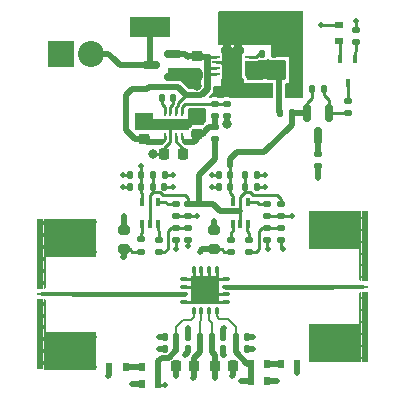
<source format=gtl>
%TF.GenerationSoftware,KiCad,Pcbnew,5.99.0-unknown-b691c18bfc~117~ubuntu20.10.1*%
%TF.CreationDate,2021-03-07T12:14:30-07:00*%
%TF.ProjectId,maam-011132,6d61616d-2d30-4313-9131-33322e6b6963,rev?*%
%TF.SameCoordinates,Original*%
%TF.FileFunction,Copper,L1,Top*%
%TF.FilePolarity,Positive*%
%FSLAX46Y46*%
G04 Gerber Fmt 4.6, Leading zero omitted, Abs format (unit mm)*
G04 Created by KiCad (PCBNEW 5.99.0-unknown-b691c18bfc~117~ubuntu20.10.1) date 2021-03-07 12:14:30*
%MOMM*%
%LPD*%
G01*
G04 APERTURE LIST*
G04 Aperture macros list*
%AMRoundRect*
0 Rectangle with rounded corners*
0 $1 Rounding radius*
0 $2 $3 $4 $5 $6 $7 $8 $9 X,Y pos of 4 corners*
0 Add a 4 corners polygon primitive as box body*
4,1,4,$2,$3,$4,$5,$6,$7,$8,$9,$2,$3,0*
0 Add four circle primitives for the rounded corners*
1,1,$1+$1,$2,$3*
1,1,$1+$1,$4,$5*
1,1,$1+$1,$6,$7*
1,1,$1+$1,$8,$9*
0 Add four rect primitives between the rounded corners*
20,1,$1+$1,$2,$3,$4,$5,0*
20,1,$1+$1,$4,$5,$6,$7,0*
20,1,$1+$1,$6,$7,$8,$9,0*
20,1,$1+$1,$8,$9,$2,$3,0*%
%AMOutline4P*
0 Free polygon, 4 corners , with rotation*
0 The origin of the aperture is its center*
0 number of corners: always 4*
0 $1 to $8 corner X, Y*
0 $9 Rotation angle, in degrees counterclockwise*
0 create outline with 4 corners*
4,1,4,$1,$2,$3,$4,$5,$6,$7,$8,$1,$2,$9*%
G04 Aperture macros list end*
%TA.AperFunction,SMDPad,CuDef*%
%ADD10R,0.600000X6.000000*%
%TD*%
%TA.AperFunction,SMDPad,CuDef*%
%ADD11R,4.500000X3.250000*%
%TD*%
%TA.AperFunction,ComponentPad*%
%ADD12C,0.500000*%
%TD*%
%TA.AperFunction,ComponentPad*%
%ADD13C,3.000000*%
%TD*%
%TA.AperFunction,SMDPad,CuDef*%
%ADD14Outline4P,-2.800000X-0.100000X2.800000X-0.100000X3.000000X0.100000X-3.000000X0.100000X90.000000*%
%TD*%
%TA.AperFunction,SMDPad,CuDef*%
%ADD15R,4.080000X0.410000*%
%TD*%
%TA.AperFunction,SMDPad,CuDef*%
%ADD16Outline4P,-0.205000X-0.475000X0.205000X-0.475000X0.095000X0.475000X-0.095000X0.475000X90.000000*%
%TD*%
%TA.AperFunction,SMDPad,CuDef*%
%ADD17RoundRect,0.135000X-0.135000X-0.185000X0.135000X-0.185000X0.135000X0.185000X-0.135000X0.185000X0*%
%TD*%
%TA.AperFunction,SMDPad,CuDef*%
%ADD18R,0.600000X0.700000*%
%TD*%
%TA.AperFunction,SMDPad,CuDef*%
%ADD19RoundRect,0.135000X-0.185000X0.135000X-0.185000X-0.135000X0.185000X-0.135000X0.185000X0.135000X0*%
%TD*%
%TA.AperFunction,SMDPad,CuDef*%
%ADD20RoundRect,0.135000X0.185000X-0.135000X0.185000X0.135000X-0.185000X0.135000X-0.185000X-0.135000X0*%
%TD*%
%TA.AperFunction,SMDPad,CuDef*%
%ADD21R,0.450000X0.700000*%
%TD*%
%TA.AperFunction,SMDPad,CuDef*%
%ADD22RoundRect,0.140000X-0.140000X-0.170000X0.140000X-0.170000X0.140000X0.170000X-0.140000X0.170000X0*%
%TD*%
%TA.AperFunction,SMDPad,CuDef*%
%ADD23RoundRect,0.140000X0.140000X0.170000X-0.140000X0.170000X-0.140000X-0.170000X0.140000X-0.170000X0*%
%TD*%
%TA.AperFunction,SMDPad,CuDef*%
%ADD24RoundRect,0.225000X-0.250000X0.225000X-0.250000X-0.225000X0.250000X-0.225000X0.250000X0.225000X0*%
%TD*%
%TA.AperFunction,SMDPad,CuDef*%
%ADD25RoundRect,0.225000X0.225000X0.250000X-0.225000X0.250000X-0.225000X-0.250000X0.225000X-0.250000X0*%
%TD*%
%TA.AperFunction,SMDPad,CuDef*%
%ADD26Outline4P,-2.800000X-0.100000X2.800000X-0.100000X3.000000X0.100000X-3.000000X0.100000X270.000000*%
%TD*%
%TA.AperFunction,SMDPad,CuDef*%
%ADD27Outline4P,-0.205000X-0.475000X0.205000X-0.475000X0.095000X0.475000X-0.095000X0.475000X270.000000*%
%TD*%
%TA.AperFunction,SMDPad,CuDef*%
%ADD28R,3.400000X1.800000*%
%TD*%
%TA.AperFunction,SMDPad,CuDef*%
%ADD29RoundRect,0.200000X-0.275000X0.200000X-0.275000X-0.200000X0.275000X-0.200000X0.275000X0.200000X0*%
%TD*%
%TA.AperFunction,SMDPad,CuDef*%
%ADD30R,0.400000X0.650000*%
%TD*%
%TA.AperFunction,SMDPad,CuDef*%
%ADD31RoundRect,0.225000X0.250000X-0.225000X0.250000X0.225000X-0.250000X0.225000X-0.250000X-0.225000X0*%
%TD*%
%TA.AperFunction,SMDPad,CuDef*%
%ADD32RoundRect,0.225000X-0.225000X-0.250000X0.225000X-0.250000X0.225000X0.250000X-0.225000X0.250000X0*%
%TD*%
%TA.AperFunction,SMDPad,CuDef*%
%ADD33RoundRect,0.150000X0.587500X0.150000X-0.587500X0.150000X-0.587500X-0.150000X0.587500X-0.150000X0*%
%TD*%
%TA.AperFunction,SMDPad,CuDef*%
%ADD34RoundRect,0.140000X-0.170000X0.140000X-0.170000X-0.140000X0.170000X-0.140000X0.170000X0.140000X0*%
%TD*%
%TA.AperFunction,SMDPad,CuDef*%
%ADD35RoundRect,0.135000X0.135000X0.185000X-0.135000X0.185000X-0.135000X-0.185000X0.135000X-0.185000X0*%
%TD*%
%TA.AperFunction,SMDPad,CuDef*%
%ADD36R,0.700000X0.600000*%
%TD*%
%TA.AperFunction,SMDPad,CuDef*%
%ADD37RoundRect,0.150000X-0.150000X0.587500X-0.150000X-0.587500X0.150000X-0.587500X0.150000X0.587500X0*%
%TD*%
%TA.AperFunction,ComponentPad*%
%ADD38C,2.200000*%
%TD*%
%TA.AperFunction,ComponentPad*%
%ADD39R,2.200000X2.200000*%
%TD*%
%TA.AperFunction,SMDPad,CuDef*%
%ADD40R,0.250000X0.500000*%
%TD*%
%TA.AperFunction,SMDPad,CuDef*%
%ADD41R,1.600000X0.900000*%
%TD*%
%TA.AperFunction,SMDPad,CuDef*%
%ADD42R,1.660000X2.380000*%
%TD*%
%TA.AperFunction,SMDPad,CuDef*%
%ADD43R,0.700000X0.250000*%
%TD*%
%TA.AperFunction,SMDPad,CuDef*%
%ADD44R,2.400000X2.400000*%
%TD*%
%TA.AperFunction,SMDPad,CuDef*%
%ADD45RoundRect,0.092500X-0.092500X0.232500X-0.092500X-0.232500X0.092500X-0.232500X0.092500X0.232500X0*%
%TD*%
%TA.AperFunction,SMDPad,CuDef*%
%ADD46RoundRect,0.092500X0.092500X-0.232500X0.092500X0.232500X-0.092500X0.232500X-0.092500X-0.232500X0*%
%TD*%
%TA.AperFunction,SMDPad,CuDef*%
%ADD47RoundRect,0.092500X0.232500X0.092500X-0.232500X0.092500X-0.232500X-0.092500X0.232500X-0.092500X0*%
%TD*%
%TA.AperFunction,ViaPad*%
%ADD48C,0.480000*%
%TD*%
%TA.AperFunction,ViaPad*%
%ADD49C,0.800000*%
%TD*%
%TA.AperFunction,Conductor*%
%ADD50C,0.500000*%
%TD*%
%TA.AperFunction,Conductor*%
%ADD51C,0.250000*%
%TD*%
%TA.AperFunction,Conductor*%
%ADD52C,0.390000*%
%TD*%
%TA.AperFunction,Conductor*%
%ADD53C,0.200000*%
%TD*%
G04 APERTURE END LIST*
D10*
%TO.P,J4,2,Ext*%
%TO.N,EP*%
X99735000Y-65725000D03*
D11*
X102285000Y-73900000D03*
D12*
X99835000Y-65125000D03*
X99835000Y-68125000D03*
D13*
X102225000Y-73800000D03*
D14*
X100135000Y-72525000D03*
D12*
X99835000Y-67125000D03*
X99835000Y-71925000D03*
X99835000Y-72925000D03*
X99835000Y-73925000D03*
D13*
X102225000Y-64450000D03*
D10*
X99735000Y-72525000D03*
D12*
X99835000Y-63125000D03*
X99835000Y-66125000D03*
D11*
X102285000Y-64350000D03*
D12*
X99835000Y-74925000D03*
X99835000Y-69925000D03*
X99835000Y-64125000D03*
D14*
X100135000Y-65725000D03*
D12*
X99835000Y-70925000D03*
D15*
%TO.P,J4,1,In*%
%TO.N,Net-(J4-Pad1)*%
X102475000Y-69125000D03*
D16*
X99985000Y-69125000D03*
%TD*%
D17*
%TO.P,R7,2*%
%TO.N,+4V*%
X121010000Y-53740000D03*
%TO.P,R7,1*%
%TO.N,Net-(C6-Pad1)*%
X119990000Y-53740000D03*
%TD*%
D18*
%TO.P,D4,1,K*%
%TO.N,Net-(D3-Pad2)*%
X120100000Y-75000000D03*
%TO.P,D4,2,A*%
%TO.N,EP*%
X121500000Y-75000000D03*
%TD*%
D19*
%TO.P,R9,2*%
%TO.N,/mmic_bias_a/Vg*%
X120080000Y-62510000D03*
%TO.P,R9,1*%
%TO.N,-5V*%
X120080000Y-61490000D03*
%TD*%
D20*
%TO.P,R11,2*%
%TO.N,Net-(R11-Pad2)*%
X118910000Y-61490000D03*
%TO.P,R11,1*%
%TO.N,/mmic_bias_a/Vg*%
X118910000Y-62510000D03*
%TD*%
D19*
%TO.P,R14,2*%
%TO.N,/mmic_bias_a1/Vg*%
X112250000Y-62510000D03*
%TO.P,R14,1*%
%TO.N,-5V*%
X112250000Y-61490000D03*
%TD*%
%TO.P,R3,2*%
%TO.N,EP*%
X115500000Y-54000000D03*
%TO.P,R3,1*%
%TO.N,Net-(R2-Pad2)*%
X115500000Y-52980000D03*
%TD*%
D21*
%TO.P,Q2,3,C*%
%TO.N,Net-(Q2-Pad3)*%
X125750000Y-51240000D03*
%TO.P,Q2,2,E*%
%TO.N,Net-(D1-Pad1)*%
X125100000Y-49240000D03*
%TO.P,Q2,1,B*%
%TO.N,Net-(Q2-Pad1)*%
X126400000Y-49240000D03*
%TD*%
D20*
%TO.P,R16,2*%
%TO.N,Net-(R16-Pad2)*%
X111250000Y-61490000D03*
%TO.P,R16,1*%
%TO.N,/mmic_bias_a1/Vg*%
X111250000Y-62510000D03*
%TD*%
D22*
%TO.P,C12,2*%
%TO.N,EP*%
X117230000Y-73720000D03*
%TO.P,C12,1*%
%TO.N,/mmic_bias_a/Vg*%
X116270000Y-73720000D03*
%TD*%
%TO.P,C3,2*%
%TO.N,Net-(C3-Pad2)*%
X110980000Y-52490000D03*
%TO.P,C3,1*%
%TO.N,Net-(C3-Pad1)*%
X110020000Y-52490000D03*
%TD*%
%TO.P,C25,2*%
%TO.N,EP*%
X110240000Y-60000000D03*
%TO.P,C25,1*%
%TO.N,-5V*%
X109280000Y-60000000D03*
%TD*%
D23*
%TO.P,C19,2*%
%TO.N,EP*%
X112270000Y-73720000D03*
%TO.P,C19,1*%
%TO.N,/mmic_bias_a1/Vd*%
X113230000Y-73720000D03*
%TD*%
D24*
%TO.P,C2,2*%
%TO.N,EP*%
X113000000Y-50515000D03*
%TO.P,C2,1*%
%TO.N,Net-(C1-Pad1)*%
X113000000Y-48965000D03*
%TD*%
D23*
%TO.P,C15,2*%
%TO.N,EP*%
X114850000Y-60000000D03*
%TO.P,C15,1*%
%TO.N,+4V*%
X115810000Y-60000000D03*
%TD*%
D25*
%TO.P,C4,2*%
%TO.N,EP*%
X110225000Y-57240000D03*
%TO.P,C4,1*%
%TO.N,Net-(C4-Pad1)*%
X111775000Y-57240000D03*
%TD*%
D20*
%TO.P,R19,2*%
%TO.N,Net-(R19-Pad2)*%
X115910000Y-64490000D03*
%TO.P,R19,1*%
%TO.N,/mmic_bias_a/Vd*%
X115910000Y-65510000D03*
%TD*%
D10*
%TO.P,J3,2,Ext*%
%TO.N,EP*%
X127200000Y-71875000D03*
D11*
X124650000Y-63700000D03*
D12*
X127100000Y-72475000D03*
X127100000Y-69475000D03*
D13*
X124710000Y-63800000D03*
D26*
X126800000Y-65075000D03*
D12*
X127100000Y-70475000D03*
X127100000Y-65675000D03*
X127100000Y-64675000D03*
X127100000Y-63675000D03*
D13*
X124710000Y-73150000D03*
D10*
X127200000Y-65075000D03*
D12*
X127100000Y-74475000D03*
X127100000Y-71475000D03*
D11*
X124650000Y-73250000D03*
D12*
X127100000Y-62675000D03*
X127100000Y-67675000D03*
X127100000Y-73475000D03*
D26*
X126800000Y-71875000D03*
D12*
X127100000Y-66675000D03*
D15*
%TO.P,J3,1,In*%
%TO.N,Net-(J3-Pad1)*%
X124460000Y-68475000D03*
D27*
X126950000Y-68475000D03*
%TD*%
D23*
%TO.P,C18,2*%
%TO.N,EP*%
X112270000Y-72720000D03*
%TO.P,C18,1*%
%TO.N,/mmic_bias_a1/Vd*%
X113230000Y-72720000D03*
%TD*%
D28*
%TO.P,TP2,1,1*%
%TO.N,Net-(J1-Pad2)*%
X109000000Y-46490000D03*
%TD*%
D23*
%TO.P,C21,2*%
%TO.N,EP*%
X110270000Y-72720000D03*
%TO.P,C21,1*%
%TO.N,/mmic_bias_a1/Vg*%
X111230000Y-72720000D03*
%TD*%
D22*
%TO.P,C14,2*%
%TO.N,EP*%
X117230000Y-72720000D03*
%TO.P,C14,1*%
%TO.N,/mmic_bias_a/Vg*%
X116270000Y-72720000D03*
%TD*%
D29*
%TO.P,R10,2*%
%TO.N,/mmic_bias_a/Vd*%
X114410000Y-65325000D03*
%TO.P,R10,1*%
%TO.N,/mmic_bias_a/Vp*%
X114410000Y-63675000D03*
%TD*%
D20*
%TO.P,R1,2*%
%TO.N,EP*%
X126500000Y-46730000D03*
%TO.P,R1,1*%
%TO.N,Net-(Q2-Pad1)*%
X126500000Y-47750000D03*
%TD*%
D22*
%TO.P,C17,2*%
%TO.N,EP*%
X118060000Y-59000000D03*
%TO.P,C17,1*%
%TO.N,-5V*%
X117100000Y-59000000D03*
%TD*%
D20*
%TO.P,R20,2*%
%TO.N,Net-(R20-Pad2)*%
X117410000Y-64490000D03*
%TO.P,R20,1*%
%TO.N,Net-(R12-Pad2)*%
X117410000Y-65510000D03*
%TD*%
D30*
%TO.P,U4,5,V+*%
%TO.N,+4V*%
X116010000Y-61300000D03*
%TO.P,U4,4*%
%TO.N,Net-(R11-Pad2)*%
X117310000Y-61300000D03*
%TO.P,U4,2,V-*%
%TO.N,-5V*%
X116660000Y-63200000D03*
%TO.P,U4,3,-*%
%TO.N,Net-(R20-Pad2)*%
X117310000Y-63200000D03*
%TO.P,U4,1,+*%
%TO.N,Net-(R19-Pad2)*%
X116010000Y-63200000D03*
%TD*%
D31*
%TO.P,C1,2*%
%TO.N,EP*%
X108500000Y-54465000D03*
%TO.P,C1,1*%
%TO.N,Net-(C1-Pad1)*%
X108500000Y-56015000D03*
%TD*%
D20*
%TO.P,R12,2*%
%TO.N,Net-(R12-Pad2)*%
X118910000Y-63490000D03*
%TO.P,R12,1*%
%TO.N,+4V*%
X118910000Y-64510000D03*
%TD*%
D23*
%TO.P,C13,2*%
%TO.N,EP*%
X114850000Y-59000000D03*
%TO.P,C13,1*%
%TO.N,+4V*%
X115810000Y-59000000D03*
%TD*%
D29*
%TO.P,R15,2*%
%TO.N,/mmic_bias_a1/Vd*%
X106780000Y-65325000D03*
%TO.P,R15,1*%
%TO.N,/mmic_bias_a/Vp*%
X106780000Y-63675000D03*
%TD*%
D32*
%TO.P,C7,2*%
%TO.N,EP*%
X121525000Y-50490000D03*
%TO.P,C7,1*%
%TO.N,Net-(C6-Pad1)*%
X119975000Y-50490000D03*
%TD*%
D33*
%TO.P,Q1,3,D*%
%TO.N,Net-(J1-Pad2)*%
X109062500Y-49740000D03*
%TO.P,Q1,2,S*%
%TO.N,Net-(C1-Pad1)*%
X110937500Y-48790000D03*
%TO.P,Q1,1,G*%
%TO.N,EP*%
X110937500Y-50690000D03*
%TD*%
D20*
%TO.P,R21,2*%
%TO.N,Net-(R21-Pad2)*%
X108280000Y-64480000D03*
%TO.P,R21,1*%
%TO.N,/mmic_bias_a1/Vd*%
X108280000Y-65500000D03*
%TD*%
D34*
%TO.P,C6,2*%
%TO.N,EP*%
X118750000Y-51470000D03*
%TO.P,C6,1*%
%TO.N,Net-(C6-Pad1)*%
X118750000Y-50510000D03*
%TD*%
D18*
%TO.P,D5,1,K*%
%TO.N,EP*%
X108300000Y-76750000D03*
%TO.P,D5,2,A*%
%TO.N,/mmic_bias_a1/Vg*%
X109700000Y-76750000D03*
%TD*%
D19*
%TO.P,R18,2*%
%TO.N,EP*%
X112250000Y-64510000D03*
%TO.P,R18,1*%
%TO.N,Net-(R17-Pad2)*%
X112250000Y-63490000D03*
%TD*%
D22*
%TO.P,C16,2*%
%TO.N,EP*%
X118060000Y-60000000D03*
%TO.P,C16,1*%
%TO.N,-5V*%
X117100000Y-60000000D03*
%TD*%
D35*
%TO.P,R8,2*%
%TO.N,+4V*%
X122740000Y-51740000D03*
%TO.P,R8,1*%
%TO.N,Net-(Q3-Pad1)*%
X123760000Y-51740000D03*
%TD*%
D22*
%TO.P,C5,2*%
%TO.N,EP*%
X119480000Y-48740000D03*
%TO.P,C5,1*%
%TO.N,Net-(C5-Pad1)*%
X118520000Y-48740000D03*
%TD*%
D23*
%TO.P,C24,2*%
%TO.N,EP*%
X107300000Y-60000000D03*
%TO.P,C24,1*%
%TO.N,+4V*%
X108260000Y-60000000D03*
%TD*%
D30*
%TO.P,U5,5,V+*%
%TO.N,+4V*%
X108380000Y-61300000D03*
%TO.P,U5,4*%
%TO.N,Net-(R16-Pad2)*%
X109680000Y-61300000D03*
%TO.P,U5,2,V-*%
%TO.N,-5V*%
X109030000Y-63200000D03*
%TO.P,U5,3,-*%
%TO.N,Net-(R22-Pad2)*%
X109680000Y-63200000D03*
%TO.P,U5,1,+*%
%TO.N,Net-(R21-Pad2)*%
X108380000Y-63200000D03*
%TD*%
D22*
%TO.P,C9,2*%
%TO.N,EP*%
X115230000Y-72720000D03*
%TO.P,C9,1*%
%TO.N,/mmic_bias_a/Vd*%
X114270000Y-72720000D03*
%TD*%
%TO.P,C10,2*%
%TO.N,EP*%
X115230000Y-73720000D03*
%TO.P,C10,1*%
%TO.N,/mmic_bias_a/Vd*%
X114270000Y-73720000D03*
%TD*%
D20*
%TO.P,R17,2*%
%TO.N,Net-(R17-Pad2)*%
X111250000Y-63490000D03*
%TO.P,R17,1*%
%TO.N,+4V*%
X111250000Y-64510000D03*
%TD*%
D28*
%TO.P,TP1,1,1*%
%TO.N,EP*%
X117250000Y-46490000D03*
%TD*%
D22*
%TO.P,C26,2*%
%TO.N,EP*%
X110260000Y-59000000D03*
%TO.P,C26,1*%
%TO.N,-5V*%
X109300000Y-59000000D03*
%TD*%
D20*
%TO.P,R22,2*%
%TO.N,Net-(R22-Pad2)*%
X109780000Y-64490000D03*
%TO.P,R22,1*%
%TO.N,Net-(R17-Pad2)*%
X109780000Y-65510000D03*
%TD*%
D23*
%TO.P,C22,2*%
%TO.N,EP*%
X107300000Y-59000000D03*
%TO.P,C22,1*%
%TO.N,+4V*%
X108260000Y-59000000D03*
%TD*%
D25*
%TO.P,C20,2*%
%TO.N,EP*%
X111225000Y-75200000D03*
%TO.P,C20,1*%
%TO.N,/mmic_bias_a1/Vd*%
X112775000Y-75200000D03*
%TD*%
D19*
%TO.P,R13,2*%
%TO.N,EP*%
X120080000Y-64510000D03*
%TO.P,R13,1*%
%TO.N,Net-(R12-Pad2)*%
X120080000Y-63490000D03*
%TD*%
D32*
%TO.P,C11,2*%
%TO.N,EP*%
X116050000Y-75200000D03*
%TO.P,C11,1*%
%TO.N,/mmic_bias_a/Vd*%
X114500000Y-75200000D03*
%TD*%
D20*
%TO.P,R2,2*%
%TO.N,Net-(R2-Pad2)*%
X114500000Y-52980000D03*
%TO.P,R2,1*%
%TO.N,Net-(C8-Pad1)*%
X114500000Y-54000000D03*
%TD*%
D18*
%TO.P,D6,1,K*%
%TO.N,/mmic_bias_a1/Vg*%
X109700000Y-75250000D03*
%TO.P,D6,2,A*%
%TO.N,Net-(D6-Pad2)*%
X108300000Y-75250000D03*
%TD*%
D19*
%TO.P,R6,2*%
%TO.N,-5V*%
X114500000Y-56000000D03*
%TO.P,R6,1*%
%TO.N,Net-(C8-Pad1)*%
X114500000Y-54980000D03*
%TD*%
D36*
%TO.P,D1,1,K*%
%TO.N,Net-(D1-Pad1)*%
X125000000Y-47690000D03*
%TO.P,D1,2,A*%
%TO.N,-5V*%
X125000000Y-46290000D03*
%TD*%
D18*
%TO.P,D2,1,K*%
%TO.N,EP*%
X118950000Y-76500000D03*
%TO.P,D2,2,A*%
%TO.N,/mmic_bias_a/Vg*%
X117550000Y-76500000D03*
%TD*%
%TO.P,D7,1,K*%
%TO.N,Net-(D6-Pad2)*%
X106950000Y-75250000D03*
%TO.P,D7,2,A*%
%TO.N,EP*%
X105550000Y-75250000D03*
%TD*%
D31*
%TO.P,C8,2*%
%TO.N,EP*%
X113000000Y-53965000D03*
%TO.P,C8,1*%
%TO.N,Net-(C8-Pad1)*%
X113000000Y-55515000D03*
%TD*%
D19*
%TO.P,R5,2*%
%TO.N,Net-(Q3-Pad1)*%
X125750000Y-53740000D03*
%TO.P,R5,1*%
%TO.N,Net-(Q2-Pad3)*%
X125750000Y-52720000D03*
%TD*%
D37*
%TO.P,Q3,3,D*%
%TO.N,Net-(Q3-Pad3)*%
X123250000Y-55677500D03*
%TO.P,Q3,2,S*%
%TO.N,+4V*%
X122300000Y-53802500D03*
%TO.P,Q3,1,G*%
%TO.N,Net-(Q3-Pad1)*%
X124200000Y-53802500D03*
%TD*%
D23*
%TO.P,C23,2*%
%TO.N,EP*%
X110270000Y-73720000D03*
%TO.P,C23,1*%
%TO.N,/mmic_bias_a1/Vg*%
X111230000Y-73720000D03*
%TD*%
D38*
%TO.P,J1,2,Pin_2*%
%TO.N,Net-(J1-Pad2)*%
X104040000Y-48740000D03*
D39*
%TO.P,J1,1,Pin_1*%
%TO.N,EP*%
X101500000Y-48740000D03*
%TD*%
D18*
%TO.P,D3,1,K*%
%TO.N,/mmic_bias_a/Vg*%
X117550000Y-75000000D03*
%TO.P,D3,2,A*%
%TO.N,Net-(D3-Pad2)*%
X118950000Y-75000000D03*
%TD*%
D40*
%TO.P,U1,6,EN*%
%TO.N,Net-(C1-Pad1)*%
X111250000Y-53790000D03*
%TO.P,U1,5,VFB*%
%TO.N,Net-(R2-Pad2)*%
X111750000Y-53790000D03*
%TO.P,U1,4,VOUT*%
%TO.N,Net-(C8-Pad1)*%
X111750000Y-55690000D03*
%TO.P,U1,2,GND*%
%TO.N,EP*%
X110750000Y-55690000D03*
%TO.P,U1,1,VIN*%
%TO.N,Net-(C1-Pad1)*%
X110250000Y-55690000D03*
D41*
%TO.P,U1,9,PAD*%
%TO.N,EP*%
X111000000Y-54740000D03*
D40*
%TO.P,U1,8,C+*%
%TO.N,Net-(C3-Pad1)*%
X110250000Y-53790000D03*
%TO.P,U1,7,C-*%
%TO.N,Net-(C3-Pad2)*%
X110750000Y-53790000D03*
%TO.P,U1,3,CPOUT*%
%TO.N,Net-(C4-Pad1)*%
X111250000Y-55690000D03*
%TD*%
D19*
%TO.P,R4,2*%
%TO.N,/mmic_bias_a/Vp*%
X123250000Y-58260000D03*
%TO.P,R4,1*%
%TO.N,Net-(Q3-Pad3)*%
X123250000Y-57240000D03*
%TD*%
D42*
%TO.P,U2,9,GND*%
%TO.N,EP*%
X116000000Y-49740000D03*
D43*
%TO.P,U2,8,VIN*%
%TO.N,Net-(C1-Pad1)*%
X114600000Y-50490000D03*
%TO.P,U2,7,VIN*%
X114600000Y-49990000D03*
%TO.P,U2,6,GND*%
%TO.N,EP*%
X114600000Y-49490000D03*
%TO.P,U2,5,EN*%
%TO.N,Net-(C1-Pad1)*%
X114600000Y-48990000D03*
%TO.P,U2,4,SS*%
%TO.N,Net-(C5-Pad1)*%
X117400000Y-48990000D03*
%TO.P,U2,3,SENSE*%
%TO.N,Net-(C6-Pad1)*%
X117400000Y-49490000D03*
%TO.P,U2,2,VOUT*%
X117400000Y-49990000D03*
%TO.P,U2,1,VOUT*%
X117400000Y-50490000D03*
%TD*%
D44*
%TO.P,U3,17,GND*%
%TO.N,EP*%
X113700000Y-68800000D03*
D45*
%TO.P,U3,16,Vg1*%
%TO.N,/mmic_bias_a/Vg*%
X114675000Y-70575000D03*
D46*
%TO.P,U3,15,Vd1*%
%TO.N,/mmic_bias_a/Vd*%
X114025000Y-70575000D03*
D45*
%TO.P,U3,14,Vg2*%
%TO.N,/mmic_bias_a1/Vd*%
X113375000Y-70575000D03*
%TO.P,U3,13,Vd2*%
%TO.N,/mmic_bias_a1/Vg*%
X112725000Y-70575000D03*
D47*
%TO.P,U3,12,GND*%
%TO.N,EP*%
X111925000Y-69775000D03*
%TO.P,U3,11,RFout*%
%TO.N,Net-(J4-Pad1)*%
X111925000Y-69125000D03*
%TO.P,U3,10,GND*%
%TO.N,EP*%
X111925000Y-68475000D03*
%TO.P,U3,9,NC*%
X111925000Y-67825000D03*
D45*
%TO.P,U3,8,NC*%
X112725000Y-67025000D03*
%TO.P,U3,7,NC*%
X113375000Y-67025000D03*
%TO.P,U3,6,NC*%
X114025000Y-67025000D03*
%TO.P,U3,5,NC*%
X114675000Y-67025000D03*
D47*
%TO.P,U3,4,GND*%
X115475000Y-67825000D03*
%TO.P,U3,3,RFin*%
%TO.N,Net-(J3-Pad1)*%
X115475000Y-68475000D03*
%TO.P,U3,2,GND*%
%TO.N,EP*%
X115475000Y-69125000D03*
%TO.P,U3,1,EP*%
X115475000Y-69775000D03*
%TD*%
D48*
%TO.N,EP*%
X112000000Y-74250000D03*
D49*
X121500000Y-51490000D03*
D48*
X114000000Y-67900000D03*
D49*
X111000000Y-54740000D03*
D48*
X122750000Y-72000000D03*
D49*
X115500000Y-51240000D03*
D48*
X126500000Y-46000000D03*
D49*
X117250000Y-46490000D03*
D48*
X117750000Y-73750000D03*
X113400000Y-69700000D03*
X113400000Y-68500000D03*
X105500000Y-76000000D03*
X118750000Y-60000000D03*
X115250000Y-74250000D03*
D49*
X116500000Y-51240000D03*
X115500000Y-54740000D03*
X121250000Y-45740000D03*
D48*
X119750000Y-76500000D03*
X120250000Y-65250000D03*
X115250000Y-72000000D03*
X111000000Y-59000000D03*
X113400000Y-69100000D03*
X104250000Y-72750000D03*
D49*
X115500000Y-48240000D03*
X116000000Y-51990000D03*
X120250000Y-48490000D03*
D48*
X106750000Y-59000000D03*
D49*
X116500000Y-48240000D03*
D48*
X104250000Y-75250000D03*
D49*
X112000000Y-50740000D03*
D48*
X109750000Y-73750000D03*
X104250000Y-63000000D03*
D49*
X109250000Y-57240000D03*
X116000000Y-50490000D03*
X114750000Y-51990000D03*
D48*
X114600000Y-69100000D03*
X114600000Y-68500000D03*
X111000000Y-60000000D03*
X112800000Y-67900000D03*
X114600000Y-69700000D03*
D49*
X119750000Y-47740000D03*
D48*
X114600000Y-67900000D03*
X111250000Y-76000000D03*
D49*
X117500000Y-51740000D03*
X119750000Y-45740000D03*
D48*
X106750000Y-60000000D03*
D49*
X109750000Y-54740000D03*
D48*
X112800000Y-69100000D03*
X117750000Y-72750000D03*
D49*
X116000000Y-48990000D03*
D48*
X114000000Y-69100000D03*
X114250000Y-59000000D03*
X104250000Y-65500000D03*
D49*
X112250000Y-54740000D03*
D48*
X112250000Y-72000000D03*
X118750000Y-59000000D03*
D49*
X113000000Y-51490000D03*
D48*
X122750000Y-65000000D03*
X112250000Y-65000000D03*
X121500000Y-75750000D03*
X114000000Y-69700000D03*
D49*
X121500000Y-49240000D03*
D48*
X122750000Y-74500000D03*
X109750000Y-72750000D03*
X122750000Y-62500000D03*
X114250000Y-60000000D03*
X112800000Y-69700000D03*
X113400000Y-67900000D03*
X114000000Y-68500000D03*
X112800000Y-68500000D03*
X107500000Y-76750000D03*
X116000000Y-76000000D03*
%TO.N,-5V*%
X114500000Y-56750000D03*
X123500000Y-46300000D03*
%TO.N,/mmic_bias_a/Vd*%
X114500000Y-76200000D03*
X113250000Y-65500000D03*
%TO.N,/mmic_bias_a/Vg*%
X121000000Y-62500000D03*
X116700000Y-76500000D03*
%TO.N,+4V*%
X111250000Y-65250000D03*
X119000000Y-65250000D03*
X115750000Y-58250000D03*
X108250000Y-58250000D03*
%TO.N,/mmic_bias_a1/Vd*%
X106750000Y-66000000D03*
X112700000Y-76200000D03*
%TO.N,/mmic_bias_a1/Vg*%
X113000000Y-62500000D03*
X110300000Y-76800000D03*
%TO.N,/mmic_bias_a/Vp*%
X114400000Y-62900000D03*
X106800000Y-62500000D03*
X123200000Y-59300000D03*
%TD*%
D50*
%TO.N,Net-(C1-Pad1)*%
X114000000Y-48990000D02*
X113990000Y-48990000D01*
X113990000Y-48990000D02*
X113025000Y-48990000D01*
X112094388Y-52240000D02*
X112121399Y-52267011D01*
X112121399Y-52267011D02*
X113372966Y-52267011D01*
X113372966Y-52267011D02*
X113872989Y-51766988D01*
X113872989Y-49107011D02*
X113990000Y-48990000D01*
X113872989Y-51766988D02*
X113872989Y-49107011D01*
X108945000Y-51545000D02*
X108750000Y-51740000D01*
X108945000Y-51545000D02*
X111399388Y-51545000D01*
X111399388Y-51545000D02*
X112094388Y-52240000D01*
%TO.N,EP*%
X121500000Y-75000000D02*
X121500000Y-75750000D01*
X116050000Y-75950000D02*
X116000000Y-76000000D01*
D51*
X113375000Y-67025000D02*
X113375000Y-68475000D01*
X111925000Y-68475000D02*
X113375000Y-68475000D01*
X107300000Y-59000000D02*
X106750000Y-59000000D01*
D50*
X115500000Y-54000000D02*
X115500000Y-54740000D01*
D51*
X126500000Y-46730000D02*
X126500000Y-46000000D01*
D50*
X109780000Y-72720000D02*
X109750000Y-72750000D01*
X117230000Y-72720000D02*
X117720000Y-72720000D01*
D51*
X112250000Y-64510000D02*
X112250000Y-65000000D01*
D50*
X111225000Y-75975000D02*
X111250000Y-76000000D01*
X113000000Y-50515000D02*
X113000000Y-51240000D01*
X115230000Y-72720000D02*
X115230000Y-72020000D01*
D51*
X110225000Y-57240000D02*
X109250000Y-57240000D01*
X120080000Y-65080000D02*
X120250000Y-65250000D01*
X110750000Y-55690000D02*
X110750000Y-54990000D01*
D50*
X105550000Y-75250000D02*
X105550000Y-75950000D01*
D51*
X112725000Y-69775000D02*
X113700000Y-68800000D01*
X110225000Y-57240000D02*
X110225000Y-56765000D01*
X120080000Y-64510000D02*
X120080000Y-65080000D01*
D50*
X117720000Y-73720000D02*
X117750000Y-73750000D01*
X110270000Y-73720000D02*
X109780000Y-73720000D01*
X109780000Y-73720000D02*
X109750000Y-73750000D01*
X110270000Y-72720000D02*
X109780000Y-72720000D01*
X112270000Y-73980000D02*
X112000000Y-74250000D01*
D51*
X115475000Y-69125000D02*
X114025000Y-69125000D01*
D50*
X111000000Y-50690000D02*
X111950000Y-50690000D01*
D51*
X119480000Y-48740000D02*
X120250000Y-48740000D01*
D50*
X117230000Y-73720000D02*
X117720000Y-73720000D01*
D51*
X114675000Y-69775000D02*
X113700000Y-68800000D01*
D50*
X111225000Y-75200000D02*
X111225000Y-75975000D01*
D51*
X114675000Y-67025000D02*
X114675000Y-67825000D01*
D50*
X112270000Y-72720000D02*
X112270000Y-72020000D01*
D51*
X112725000Y-67025000D02*
X112725000Y-67825000D01*
X114850000Y-59000000D02*
X114250000Y-59000000D01*
D50*
X115230000Y-72020000D02*
X115250000Y-72000000D01*
D51*
X110225000Y-56765000D02*
X110750000Y-56240000D01*
X111925000Y-67825000D02*
X112725000Y-67825000D01*
D50*
X111950000Y-50690000D02*
X112000000Y-50740000D01*
D51*
X111925000Y-69775000D02*
X112725000Y-69775000D01*
X114025000Y-68475000D02*
X113700000Y-68800000D01*
X110750000Y-56240000D02*
X110750000Y-55690000D01*
D50*
X112270000Y-72020000D02*
X112250000Y-72000000D01*
X115230000Y-73720000D02*
X115230000Y-74230000D01*
D51*
X107300000Y-60000000D02*
X106750000Y-60000000D01*
X114850000Y-60000000D02*
X114250000Y-60000000D01*
D52*
X108500000Y-54465000D02*
X109475000Y-54465000D01*
D51*
X114600000Y-49490000D02*
X115750000Y-49490000D01*
X110750000Y-54990000D02*
X111000000Y-54740000D01*
D50*
X112250000Y-54740000D02*
X112250000Y-54715000D01*
D51*
X118060000Y-60000000D02*
X118750000Y-60000000D01*
D50*
X118950000Y-76500000D02*
X119750000Y-76500000D01*
D51*
X114675000Y-67825000D02*
X113700000Y-68800000D01*
X115475000Y-67825000D02*
X114675000Y-67825000D01*
X110240000Y-60000000D02*
X111000000Y-60000000D01*
D50*
X111000000Y-54740000D02*
X112250000Y-54740000D01*
D51*
X115475000Y-69775000D02*
X114675000Y-69775000D01*
D50*
X116050000Y-75200000D02*
X116050000Y-75950000D01*
X115230000Y-74230000D02*
X115250000Y-74250000D01*
D51*
X112725000Y-67825000D02*
X113700000Y-68800000D01*
D50*
X117720000Y-72720000D02*
X117750000Y-72750000D01*
D51*
X110260000Y-59000000D02*
X111000000Y-59000000D01*
D50*
X108300000Y-76750000D02*
X107500000Y-76750000D01*
X105550000Y-75950000D02*
X105500000Y-76000000D01*
D51*
X114025000Y-69125000D02*
X113700000Y-68800000D01*
X118060000Y-59000000D02*
X118750000Y-59000000D01*
X114025000Y-67025000D02*
X114025000Y-68475000D01*
D50*
X112250000Y-54715000D02*
X113000000Y-53965000D01*
D51*
X113375000Y-68475000D02*
X113700000Y-68800000D01*
D52*
X109475000Y-54465000D02*
X109750000Y-54740000D01*
D51*
X115750000Y-49490000D02*
X116000000Y-49740000D01*
D50*
X112270000Y-73720000D02*
X112270000Y-73980000D01*
%TO.N,Net-(C1-Pad1)*%
X107775000Y-56015000D02*
X108500000Y-56015000D01*
D51*
X112750000Y-52240000D02*
X113500000Y-52240000D01*
X114600000Y-49990000D02*
X114000000Y-49990000D01*
X113997990Y-50487990D02*
X113997990Y-49987990D01*
X110250000Y-55690000D02*
X110250000Y-55990000D01*
D50*
X109250000Y-56240000D02*
X108725000Y-56240000D01*
D51*
X111377009Y-52957379D02*
X112094388Y-52240000D01*
D50*
X112250000Y-48990000D02*
X112275000Y-48965000D01*
X107500000Y-51740000D02*
X107000000Y-52240000D01*
X108725000Y-56240000D02*
X108500000Y-56015000D01*
X107000000Y-52240000D02*
X107000000Y-54740000D01*
D51*
X113500000Y-52240000D02*
X114000000Y-51740000D01*
X111250000Y-53790000D02*
X111250000Y-53273172D01*
X111377009Y-53146163D02*
X111377009Y-52957379D01*
D50*
X111000000Y-48790000D02*
X111050000Y-48740000D01*
D51*
X113997990Y-51737990D02*
X113997990Y-50487990D01*
D50*
X107750000Y-55990000D02*
X107775000Y-56015000D01*
X107000000Y-55240000D02*
X107750000Y-55990000D01*
X111050000Y-48740000D02*
X111750000Y-48740000D01*
D51*
X112094388Y-52240000D02*
X112750000Y-52240000D01*
X114000000Y-49990000D02*
X113997990Y-49987990D01*
D50*
X112275000Y-48965000D02*
X113000000Y-48965000D01*
D51*
X110250000Y-55990000D02*
X110000000Y-56240000D01*
X114000000Y-50490000D02*
X113997990Y-50487990D01*
X113997990Y-48992010D02*
X114000000Y-48990000D01*
X111250000Y-53273172D02*
X111377009Y-53146163D01*
D50*
X113025000Y-48990000D02*
X113000000Y-48965000D01*
X108750000Y-51740000D02*
X107500000Y-51740000D01*
D51*
X114600000Y-50490000D02*
X114000000Y-50490000D01*
D50*
X111000000Y-48790000D02*
X110950000Y-48740000D01*
X112000000Y-48740000D02*
X112250000Y-48990000D01*
D51*
X113997990Y-49987990D02*
X113997990Y-48992010D01*
D50*
X111750000Y-48740000D02*
X112000000Y-48740000D01*
X110000000Y-56240000D02*
X109250000Y-56240000D01*
X107000000Y-54740000D02*
X107000000Y-55240000D01*
D51*
X114600000Y-48990000D02*
X114000000Y-48990000D01*
X114000000Y-51740000D02*
X113997990Y-51737990D01*
%TO.N,Net-(C3-Pad2)*%
X110750000Y-53240000D02*
X111000000Y-52990000D01*
X111000000Y-52510000D02*
X110980000Y-52490000D01*
X111000000Y-52990000D02*
X111000000Y-52510000D01*
X110750000Y-53790000D02*
X110750000Y-53240000D01*
%TO.N,Net-(C3-Pad1)*%
X110000000Y-52990000D02*
X110000000Y-52510000D01*
X110250000Y-53790000D02*
X110250000Y-53240000D01*
X110250000Y-53240000D02*
X110000000Y-52990000D01*
X110000000Y-52510000D02*
X110020000Y-52490000D01*
%TO.N,Net-(C4-Pad1)*%
X111250000Y-56240000D02*
X111250000Y-55690000D01*
X111775000Y-56765000D02*
X111250000Y-56240000D01*
X111775000Y-57240000D02*
X111775000Y-56765000D01*
%TO.N,Net-(C5-Pad1)*%
X117400000Y-48990000D02*
X118000000Y-48990000D01*
X118250000Y-48740000D02*
X118520000Y-48740000D01*
X118000000Y-48990000D02*
X118250000Y-48740000D01*
D50*
%TO.N,Net-(C6-Pad1)*%
X119975000Y-53725000D02*
X119990000Y-53740000D01*
X119975000Y-50490000D02*
X119975000Y-53725000D01*
%TO.N,Net-(C8-Pad1)*%
X112000000Y-56240000D02*
X112750000Y-56240000D01*
D51*
X111750000Y-55690000D02*
X111750000Y-55990000D01*
D50*
X114010000Y-54980000D02*
X114500000Y-54980000D01*
X113750000Y-55240000D02*
X114010000Y-54980000D01*
X114500000Y-54980000D02*
X114500000Y-54000000D01*
D51*
X111750000Y-55990000D02*
X112000000Y-56240000D01*
D50*
X113000000Y-55515000D02*
X113475000Y-55515000D01*
X112750000Y-56240000D02*
X113000000Y-55990000D01*
X113000000Y-55990000D02*
X113000000Y-55515000D01*
X113475000Y-55515000D02*
X113750000Y-55240000D01*
%TO.N,-5V*%
X113190000Y-61490000D02*
X114390000Y-61490000D01*
D51*
X117100000Y-59000000D02*
X117100000Y-60000000D01*
X119750000Y-60750000D02*
X117738620Y-60750000D01*
X117457240Y-60468620D02*
X117100000Y-60468620D01*
X116660000Y-63200000D02*
X116660000Y-62060000D01*
X120080000Y-61080000D02*
X119750000Y-60750000D01*
X109280000Y-59020000D02*
X109300000Y-59000000D01*
X116660000Y-62060000D02*
X116660000Y-60908620D01*
X117100000Y-60350000D02*
X117100000Y-60000000D01*
X112250000Y-61000000D02*
X112000000Y-60750000D01*
D50*
X114500000Y-56000000D02*
X114500000Y-56750000D01*
D51*
X109030000Y-60720000D02*
X109280000Y-60470000D01*
D50*
X113190000Y-61490000D02*
X112250000Y-61490000D01*
D51*
X110125598Y-60750000D02*
X109845598Y-60470000D01*
X116660000Y-60908620D02*
X117100000Y-60468620D01*
X117100000Y-60468620D02*
X117100000Y-60000000D01*
D50*
X113190000Y-61490000D02*
X113190000Y-59010000D01*
D51*
X117738620Y-60750000D02*
X117457240Y-60468620D01*
X112250000Y-61490000D02*
X112250000Y-61000000D01*
X120080000Y-61490000D02*
X120080000Y-61080000D01*
X109030000Y-63200000D02*
X109030000Y-60720000D01*
X109845598Y-60470000D02*
X109280000Y-60470000D01*
D50*
X113190000Y-59010000D02*
X114500000Y-57700000D01*
D51*
X125000000Y-46290000D02*
X123510000Y-46290000D01*
X123510000Y-46290000D02*
X123500000Y-46300000D01*
X112000000Y-60750000D02*
X110125598Y-60750000D01*
X109280000Y-60000000D02*
X109280000Y-59020000D01*
D50*
X114960000Y-62060000D02*
X116660000Y-62060000D01*
X114390000Y-61490000D02*
X114960000Y-62060000D01*
D51*
X109280000Y-60470000D02*
X109280000Y-60000000D01*
D50*
X114500000Y-57700000D02*
X114500000Y-56750000D01*
D53*
%TO.N,/mmic_bias_a/Vd*%
X114025000Y-71325000D02*
X114270000Y-71570000D01*
D50*
X114500000Y-74250000D02*
X114500000Y-75200000D01*
X114270000Y-73720000D02*
X114270000Y-74020000D01*
D51*
X114410000Y-65325000D02*
X115075000Y-65325000D01*
D50*
X114410000Y-65325000D02*
X113425000Y-65325000D01*
X114270000Y-72720000D02*
X114270000Y-73720000D01*
X113425000Y-65325000D02*
X113250000Y-65500000D01*
D51*
X115075000Y-65325000D02*
X115260000Y-65510000D01*
D50*
X114500000Y-75200000D02*
X114500000Y-76200000D01*
D53*
X114270000Y-71570000D02*
X114270000Y-72720000D01*
D50*
X114270000Y-74020000D02*
X114500000Y-74250000D01*
D53*
X114025000Y-70575000D02*
X114025000Y-71325000D01*
D51*
X115260000Y-65510000D02*
X115910000Y-65510000D01*
%TO.N,Net-(D1-Pad1)*%
X125100000Y-49240000D02*
X125100000Y-47790000D01*
X125100000Y-47790000D02*
X125000000Y-47690000D01*
D50*
%TO.N,Net-(J1-Pad2)*%
X109000000Y-49740000D02*
X106500000Y-49740000D01*
X109000000Y-46490000D02*
X109000000Y-49740000D01*
X104040000Y-48740000D02*
X105500000Y-48740000D01*
X106500000Y-49740000D02*
X106000000Y-49240000D01*
X105500000Y-48740000D02*
X106000000Y-49240000D01*
%TO.N,/mmic_bias_a/Vg*%
X116270000Y-73720000D02*
X116270000Y-74020000D01*
D51*
X118910000Y-62510000D02*
X120080000Y-62510000D01*
D53*
X114900000Y-71200000D02*
X115600000Y-71200000D01*
D50*
X117250000Y-75000000D02*
X117550000Y-75000000D01*
X117550000Y-76500000D02*
X116700000Y-76500000D01*
D53*
X115600000Y-71200000D02*
X116270000Y-71870000D01*
D50*
X116270000Y-72720000D02*
X116270000Y-73720000D01*
D53*
X114675000Y-70575000D02*
X114675000Y-70975000D01*
X116270000Y-71870000D02*
X116270000Y-72720000D01*
X114675000Y-70975000D02*
X114900000Y-71200000D01*
D50*
X117550000Y-75000000D02*
X117550000Y-76500000D01*
D51*
X120990000Y-62510000D02*
X121000000Y-62500000D01*
X120080000Y-62510000D02*
X120990000Y-62510000D01*
D50*
X116270000Y-74020000D02*
X117250000Y-75000000D01*
D52*
%TO.N,Net-(J3-Pad1)*%
X124460000Y-68475000D02*
X115475000Y-68475000D01*
%TO.N,Net-(J4-Pad1)*%
X102490000Y-69125000D02*
X111925000Y-69125000D01*
D51*
%TO.N,+4V*%
X116010000Y-60760000D02*
X116010000Y-61300000D01*
X108250000Y-60500000D02*
X108380000Y-60630000D01*
X108260000Y-59000000D02*
X108260000Y-60000000D01*
X122300000Y-53802500D02*
X122300000Y-52950000D01*
D50*
X121010000Y-54790000D02*
X121010000Y-53740000D01*
X121010000Y-53740000D02*
X122237500Y-53740000D01*
D51*
X108260000Y-58260000D02*
X108250000Y-58250000D01*
X108260000Y-60000000D02*
X108260000Y-60490000D01*
D50*
X122237500Y-53740000D02*
X122300000Y-53802500D01*
X116400000Y-57100000D02*
X118700000Y-57100000D01*
X115800000Y-57700000D02*
X116400000Y-57100000D01*
D51*
X111250000Y-64510000D02*
X111250000Y-65250000D01*
X115810000Y-58310000D02*
X115750000Y-58250000D01*
X115810000Y-60000000D02*
X115810000Y-60560000D01*
X122740000Y-52490000D02*
X122740000Y-51740000D01*
X115810000Y-60560000D02*
X116010000Y-60760000D01*
X122750000Y-52500000D02*
X122740000Y-52490000D01*
X118910000Y-65160000D02*
X119000000Y-65250000D01*
X115810000Y-60000000D02*
X115810000Y-59000000D01*
X118910000Y-64510000D02*
X118910000Y-65160000D01*
D50*
X115750000Y-58250000D02*
X115800000Y-58200000D01*
D51*
X108380000Y-60630000D02*
X108380000Y-61300000D01*
X108260000Y-60490000D02*
X108250000Y-60500000D01*
D50*
X115800000Y-58200000D02*
X115800000Y-57700000D01*
X118700000Y-57100000D02*
X121010000Y-54790000D01*
D51*
X108260000Y-59000000D02*
X108260000Y-58260000D01*
X122300000Y-52950000D02*
X122750000Y-52500000D01*
X115810000Y-59000000D02*
X115810000Y-58310000D01*
%TO.N,Net-(Q2-Pad3)*%
X125750000Y-52720000D02*
X125750000Y-51240000D01*
%TO.N,Net-(Q2-Pad1)*%
X126500000Y-48500000D02*
X126400000Y-48600000D01*
X126500000Y-47750000D02*
X126500000Y-48500000D01*
X126400000Y-48600000D02*
X126400000Y-49240000D01*
D50*
%TO.N,Net-(Q3-Pad3)*%
X123250000Y-55677500D02*
X123250000Y-57240000D01*
%TO.N,/mmic_bias_a1/Vd*%
X112775000Y-74475000D02*
X112775000Y-75200000D01*
X113230000Y-73720000D02*
X113230000Y-74020000D01*
X106780000Y-65970000D02*
X106750000Y-66000000D01*
D51*
X106780000Y-65325000D02*
X107325000Y-65325000D01*
D50*
X112775000Y-76125000D02*
X112700000Y-76200000D01*
D53*
X113230000Y-71470000D02*
X113230000Y-72720000D01*
D50*
X113230000Y-74020000D02*
X112775000Y-74475000D01*
X113230000Y-72720000D02*
X113230000Y-73720000D01*
D51*
X107500000Y-65500000D02*
X108280000Y-65500000D01*
X107325000Y-65325000D02*
X107500000Y-65500000D01*
D53*
X113375000Y-70575000D02*
X113375000Y-71325000D01*
X113375000Y-71325000D02*
X113230000Y-71470000D01*
D50*
X106780000Y-65325000D02*
X106780000Y-65970000D01*
X112775000Y-75200000D02*
X112775000Y-76125000D01*
D51*
%TO.N,Net-(Q3-Pad1)*%
X124200000Y-52700000D02*
X124200000Y-53802500D01*
X123760000Y-51740000D02*
X123760000Y-52260000D01*
X125687500Y-53802500D02*
X125750000Y-53740000D01*
X124200000Y-53802500D02*
X125687500Y-53802500D01*
X123760000Y-52260000D02*
X124200000Y-52700000D01*
%TO.N,Net-(R2-Pad2)*%
X114500000Y-52980000D02*
X115500000Y-52980000D01*
X111750000Y-53790000D02*
X111750000Y-53240000D01*
X112000000Y-52990000D02*
X112010000Y-52980000D01*
X111750000Y-53240000D02*
X112000000Y-52990000D01*
X112010000Y-52980000D02*
X114500000Y-52980000D01*
D50*
%TO.N,/mmic_bias_a1/Vg*%
X109700000Y-75250000D02*
X109700000Y-76750000D01*
X110598614Y-74500000D02*
X110000000Y-74500000D01*
D51*
X112250000Y-62510000D02*
X112990000Y-62510000D01*
D53*
X111230000Y-71870000D02*
X111230000Y-72720000D01*
D51*
X109750000Y-76800000D02*
X109700000Y-76750000D01*
D50*
X111230000Y-73868614D02*
X110598614Y-74500000D01*
D51*
X111250000Y-62510000D02*
X112250000Y-62510000D01*
D53*
X112725000Y-70575000D02*
X112725000Y-71075000D01*
X112725000Y-71075000D02*
X112500000Y-71300000D01*
D51*
X110300000Y-76800000D02*
X109750000Y-76800000D01*
D50*
X109700000Y-74800000D02*
X109700000Y-75250000D01*
D51*
X112990000Y-62510000D02*
X113000000Y-62500000D01*
D50*
X111230000Y-73720000D02*
X111230000Y-73868614D01*
D53*
X112500000Y-71300000D02*
X111800000Y-71300000D01*
D50*
X110000000Y-74500000D02*
X109700000Y-74800000D01*
X111230000Y-72720000D02*
X111230000Y-73720000D01*
D53*
X111800000Y-71300000D02*
X111230000Y-71870000D01*
D50*
%TO.N,Net-(D3-Pad2)*%
X118950000Y-75000000D02*
X120050000Y-75000000D01*
%TO.N,Net-(D6-Pad2)*%
X108300000Y-75250000D02*
X106950000Y-75250000D01*
%TO.N,/mmic_bias_a/Vp*%
X106780000Y-62520000D02*
X106800000Y-62500000D01*
X114410000Y-62910000D02*
X114400000Y-62900000D01*
X123250000Y-59250000D02*
X123200000Y-59300000D01*
X114410000Y-63675000D02*
X114410000Y-62910000D01*
X106780000Y-63675000D02*
X106780000Y-62520000D01*
X123250000Y-58260000D02*
X123250000Y-59250000D01*
D51*
%TO.N,Net-(R11-Pad2)*%
X118050000Y-61300000D02*
X118250000Y-61500000D01*
X118260000Y-61490000D02*
X118910000Y-61490000D01*
X117310000Y-61300000D02*
X118050000Y-61300000D01*
X118250000Y-61500000D02*
X118260000Y-61490000D01*
%TO.N,Net-(R12-Pad2)*%
X118910000Y-63490000D02*
X118510000Y-63490000D01*
X118910000Y-63490000D02*
X120080000Y-63490000D01*
X118510000Y-63490000D02*
X118250000Y-63750000D01*
X118250000Y-65250000D02*
X117990000Y-65510000D01*
X118250000Y-63750000D02*
X118250000Y-65250000D01*
X117990000Y-65510000D02*
X117410000Y-65510000D01*
%TO.N,Net-(R16-Pad2)*%
X110500000Y-61500000D02*
X110510000Y-61490000D01*
X110300000Y-61300000D02*
X110500000Y-61500000D01*
X110510000Y-61490000D02*
X111410000Y-61490000D01*
X109680000Y-61300000D02*
X110300000Y-61300000D01*
%TO.N,Net-(R17-Pad2)*%
X112250000Y-63490000D02*
X111250000Y-63490000D01*
X110760000Y-63490000D02*
X110500000Y-63750000D01*
X110500000Y-65250000D02*
X110240000Y-65510000D01*
X110240000Y-65510000D02*
X109780000Y-65510000D01*
X111250000Y-63490000D02*
X110760000Y-63490000D01*
X110500000Y-63750000D02*
X110500000Y-65250000D01*
%TO.N,Net-(R19-Pad2)*%
X116010000Y-63740000D02*
X115910000Y-63840000D01*
X115910000Y-63840000D02*
X115910000Y-64490000D01*
X116010000Y-63200000D02*
X116010000Y-63740000D01*
%TO.N,Net-(R21-Pad2)*%
X108380000Y-63870000D02*
X108250000Y-64000000D01*
X108280000Y-64030000D02*
X108280000Y-64480000D01*
X108250000Y-64000000D02*
X108280000Y-64030000D01*
X108380000Y-63200000D02*
X108380000Y-63870000D01*
%TO.N,Net-(R20-Pad2)*%
X117410000Y-64490000D02*
X117410000Y-63910000D01*
X117250000Y-63750000D02*
X117250000Y-63260000D01*
X117410000Y-63910000D02*
X117250000Y-63750000D01*
X117250000Y-63260000D02*
X117310000Y-63200000D01*
%TO.N,Net-(R22-Pad2)*%
X109680000Y-63200000D02*
X109680000Y-63680000D01*
X109680000Y-63680000D02*
X109780000Y-63780000D01*
X109780000Y-63780000D02*
X109780000Y-64490000D01*
%TD*%
%TA.AperFunction,Conductor*%
%TO.N,EP*%
G36*
X116959191Y-48258907D02*
G01*
X116995155Y-48308407D01*
X117000000Y-48339000D01*
X117000000Y-48540739D01*
X116981093Y-48598930D01*
X116949662Y-48623709D01*
X116950694Y-48625253D01*
X116866506Y-48681506D01*
X116810253Y-48765694D01*
X116790500Y-48865000D01*
X116790500Y-49115000D01*
X116791448Y-49119764D01*
X116810253Y-49214306D01*
X116808252Y-49214704D01*
X116812055Y-49262997D01*
X116810253Y-49265694D01*
X116790500Y-49365000D01*
X116790500Y-49615000D01*
X116798960Y-49657531D01*
X116810253Y-49714306D01*
X116808252Y-49714704D01*
X116812055Y-49762997D01*
X116810253Y-49765694D01*
X116790500Y-49865000D01*
X116790500Y-50115000D01*
X116791448Y-50119764D01*
X116810253Y-50214306D01*
X116808252Y-50214704D01*
X116812055Y-50262997D01*
X116810253Y-50265694D01*
X116790500Y-50365000D01*
X116790500Y-50615000D01*
X116810253Y-50714306D01*
X116866506Y-50798494D01*
X116874616Y-50803913D01*
X116950694Y-50854747D01*
X116949361Y-50856742D01*
X116985414Y-50887538D01*
X117000000Y-50939261D01*
X117000000Y-51240000D01*
X119371500Y-51240000D01*
X119429691Y-51258907D01*
X119465655Y-51308407D01*
X119470500Y-51339000D01*
X119470500Y-52391000D01*
X119451593Y-52449191D01*
X119402093Y-52485155D01*
X119371500Y-52490000D01*
X115870304Y-52490000D01*
X115825358Y-52479209D01*
X115813850Y-52473345D01*
X115813846Y-52473344D01*
X115806907Y-52469808D01*
X115799213Y-52468589D01*
X115799212Y-52468589D01*
X115720415Y-52456109D01*
X115720413Y-52456109D01*
X115716569Y-52455500D01*
X115283431Y-52455500D01*
X115279587Y-52456109D01*
X115279585Y-52456109D01*
X115200788Y-52468589D01*
X115200787Y-52468589D01*
X115193093Y-52469808D01*
X115186154Y-52473344D01*
X115186150Y-52473345D01*
X115174642Y-52479209D01*
X115129696Y-52490000D01*
X114870304Y-52490000D01*
X114825358Y-52479209D01*
X114813850Y-52473345D01*
X114813846Y-52473344D01*
X114806907Y-52469808D01*
X114799213Y-52468589D01*
X114799212Y-52468589D01*
X114720415Y-52456109D01*
X114720413Y-52456109D01*
X114716569Y-52455500D01*
X114283431Y-52455500D01*
X114279587Y-52456109D01*
X114279585Y-52456109D01*
X114200788Y-52468589D01*
X114200787Y-52468589D01*
X114193093Y-52469808D01*
X114186154Y-52473344D01*
X114186150Y-52473345D01*
X114174642Y-52479209D01*
X114129696Y-52490000D01*
X114102456Y-52490000D01*
X114044265Y-52471093D01*
X114008301Y-52421593D01*
X114008301Y-52360407D01*
X114032452Y-52320996D01*
X114182516Y-52170932D01*
X114191938Y-52163405D01*
X114191871Y-52163326D01*
X114197241Y-52158755D01*
X114203206Y-52154992D01*
X114234419Y-52119650D01*
X114237080Y-52116637D01*
X114241280Y-52112168D01*
X114254412Y-52099036D01*
X114256524Y-52096218D01*
X114256530Y-52096211D01*
X114262042Y-52088856D01*
X114267059Y-52082692D01*
X114294166Y-52051999D01*
X114298833Y-52046715D01*
X114303258Y-52037290D01*
X114313649Y-52019996D01*
X114319895Y-52011662D01*
X114336744Y-51966714D01*
X114339830Y-51959392D01*
X114360226Y-51915951D01*
X114361827Y-51905669D01*
X114366951Y-51886135D01*
X114368127Y-51882999D01*
X114370603Y-51876395D01*
X114374160Y-51828527D01*
X114375063Y-51820657D01*
X114377489Y-51805081D01*
X114377489Y-51805078D01*
X114377952Y-51805150D01*
X114378138Y-51804154D01*
X114378099Y-51804149D01*
X114379125Y-51796029D01*
X114381469Y-51788191D01*
X114381148Y-51780019D01*
X114382021Y-51773107D01*
X114382351Y-51766111D01*
X114384073Y-51758113D01*
X114381198Y-51733824D01*
X114381307Y-51733811D01*
X114381223Y-51733483D01*
X114381309Y-51732334D01*
X114380665Y-51729316D01*
X114379988Y-51723593D01*
X114378863Y-51714088D01*
X114378252Y-51706335D01*
X114377566Y-51688872D01*
X114377490Y-51684986D01*
X114377490Y-51589000D01*
X114396397Y-51530809D01*
X114445897Y-51494845D01*
X114476490Y-51490000D01*
X115000000Y-51490000D01*
X115000000Y-50939261D01*
X115018907Y-50881070D01*
X115050338Y-50856291D01*
X115049306Y-50854747D01*
X115125384Y-50803913D01*
X115133494Y-50798494D01*
X115189747Y-50714306D01*
X115209500Y-50615000D01*
X115209500Y-50365000D01*
X115189747Y-50265694D01*
X115191748Y-50265296D01*
X115187945Y-50217003D01*
X115189747Y-50214306D01*
X115209500Y-50115000D01*
X115209500Y-49865000D01*
X115189747Y-49765694D01*
X115133494Y-49681506D01*
X115049306Y-49625253D01*
X115050639Y-49623258D01*
X115014586Y-49592462D01*
X115000000Y-49540739D01*
X115000000Y-49439261D01*
X115018907Y-49381070D01*
X115050338Y-49356291D01*
X115049306Y-49354747D01*
X115125384Y-49303913D01*
X115133494Y-49298494D01*
X115189747Y-49214306D01*
X115209500Y-49115000D01*
X115209500Y-48865000D01*
X115189747Y-48765694D01*
X115133494Y-48681506D01*
X115049306Y-48625253D01*
X115050639Y-48623258D01*
X115014586Y-48592462D01*
X115000000Y-48540739D01*
X115000000Y-48339000D01*
X115018907Y-48280809D01*
X115068407Y-48244845D01*
X115099000Y-48240000D01*
X116901000Y-48240000D01*
X116959191Y-48258907D01*
G37*
%TD.AperFunction*%
%TA.AperFunction,Conductor*%
G36*
X121959191Y-45172907D02*
G01*
X121995155Y-45222407D01*
X122000000Y-45253000D01*
X122000000Y-52391000D01*
X121981093Y-52449191D01*
X121931593Y-52485155D01*
X121901000Y-52490000D01*
X120578500Y-52490000D01*
X120520309Y-52471093D01*
X120484345Y-52421593D01*
X120479500Y-52391000D01*
X120479500Y-51339000D01*
X120498407Y-51280809D01*
X120547907Y-51244845D01*
X120578500Y-51240000D01*
X120750000Y-51240000D01*
X120750000Y-48990000D01*
X119349000Y-48990000D01*
X119290809Y-48971093D01*
X119254845Y-48921593D01*
X119250000Y-48891000D01*
X119250000Y-47990000D01*
X114849000Y-47990000D01*
X114790809Y-47971093D01*
X114754845Y-47921593D01*
X114750000Y-47891000D01*
X114750000Y-45253000D01*
X114768907Y-45194809D01*
X114818407Y-45158845D01*
X114849000Y-45154000D01*
X121901000Y-45154000D01*
X121959191Y-45172907D01*
G37*
%TD.AperFunction*%
%TA.AperFunction,Conductor*%
G36*
X113327680Y-50008907D02*
G01*
X113363644Y-50058407D01*
X113368489Y-50089000D01*
X113368489Y-51517010D01*
X113349582Y-51575201D01*
X113339493Y-51587013D01*
X113192993Y-51733514D01*
X113138476Y-51761292D01*
X113122989Y-51762511D01*
X112371378Y-51762511D01*
X112313187Y-51743604D01*
X112301374Y-51733515D01*
X111803335Y-51235477D01*
X111795805Y-51226053D01*
X111795727Y-51226119D01*
X111791155Y-51220747D01*
X111787392Y-51214783D01*
X111749028Y-51180901D01*
X111744559Y-51176701D01*
X111731435Y-51163577D01*
X111721239Y-51155935D01*
X111715096Y-51150933D01*
X111684401Y-51123824D01*
X111684399Y-51123823D01*
X111679115Y-51119156D01*
X111672732Y-51116159D01*
X111672730Y-51116158D01*
X111669691Y-51114731D01*
X111652390Y-51104335D01*
X111649710Y-51102326D01*
X111649704Y-51102323D01*
X111644062Y-51098094D01*
X111637460Y-51095619D01*
X111637458Y-51095618D01*
X111599117Y-51081246D01*
X111591792Y-51078159D01*
X111548351Y-51057763D01*
X111541381Y-51056678D01*
X111541378Y-51056677D01*
X111538069Y-51056162D01*
X111518539Y-51051039D01*
X111508795Y-51047386D01*
X111469964Y-51044500D01*
X111460924Y-51043828D01*
X111453031Y-51042921D01*
X111441268Y-51041089D01*
X111441259Y-51041088D01*
X111437481Y-51040500D01*
X111419823Y-51040500D01*
X111412485Y-51040228D01*
X111364734Y-51036679D01*
X111357839Y-51038151D01*
X111357836Y-51038151D01*
X111357051Y-51038319D01*
X111336384Y-51040500D01*
X110599000Y-51040500D01*
X110540809Y-51021593D01*
X110504845Y-50972093D01*
X110500000Y-50941500D01*
X110500000Y-50089000D01*
X110518907Y-50030809D01*
X110568407Y-49994845D01*
X110599000Y-49990000D01*
X113269489Y-49990000D01*
X113327680Y-50008907D01*
G37*
%TD.AperFunction*%
%TD*%
%TA.AperFunction,Conductor*%
%TO.N,EP*%
G36*
X113692121Y-53379502D02*
G01*
X113738614Y-53433158D01*
X113750000Y-53485500D01*
X113750000Y-54480519D01*
X113729998Y-54548640D01*
X113706245Y-54575975D01*
X113699959Y-54581391D01*
X113692045Y-54587675D01*
X113684134Y-54593454D01*
X113684128Y-54593459D01*
X113680201Y-54596328D01*
X113668425Y-54608104D01*
X113661577Y-54614463D01*
X113632857Y-54639209D01*
X113632855Y-54639211D01*
X113626059Y-54645067D01*
X113621179Y-54652596D01*
X113615275Y-54659364D01*
X113615212Y-54659309D01*
X113606699Y-54669830D01*
X113485699Y-54790830D01*
X113423387Y-54824856D01*
X113360503Y-54822452D01*
X113321614Y-54810822D01*
X113317281Y-54810500D01*
X112715086Y-54810500D01*
X112675518Y-54816167D01*
X112622910Y-54823700D01*
X112622907Y-54823701D01*
X112614017Y-54824974D01*
X112605841Y-54828691D01*
X112605839Y-54828692D01*
X112497138Y-54878116D01*
X112497136Y-54878117D01*
X112488966Y-54881832D01*
X112482167Y-54887690D01*
X112482166Y-54887691D01*
X112430793Y-54931957D01*
X112384899Y-54971502D01*
X112310182Y-55086775D01*
X112307611Y-55095372D01*
X112307610Y-55095374D01*
X112291243Y-55150102D01*
X112252561Y-55209636D01*
X112187834Y-55238806D01*
X112170526Y-55240000D01*
X112072013Y-55240000D01*
X112002011Y-55218765D01*
X111984625Y-55207148D01*
X111974306Y-55200253D01*
X111875000Y-55180500D01*
X111625000Y-55180500D01*
X111525694Y-55200253D01*
X111524859Y-55196056D01*
X111477626Y-55201133D01*
X111474324Y-55200163D01*
X111474306Y-55200253D01*
X111381068Y-55181707D01*
X111375000Y-55180500D01*
X111125000Y-55180500D01*
X111025694Y-55200253D01*
X111015375Y-55207148D01*
X110997989Y-55218765D01*
X110927987Y-55240000D01*
X110572013Y-55240000D01*
X110502011Y-55218765D01*
X110484625Y-55207148D01*
X110474306Y-55200253D01*
X110375000Y-55180500D01*
X110125000Y-55180500D01*
X110025694Y-55200253D01*
X110015375Y-55207148D01*
X109997989Y-55218765D01*
X109927987Y-55240000D01*
X107876000Y-55240000D01*
X107807879Y-55219998D01*
X107761386Y-55166342D01*
X107750000Y-55114000D01*
X107750000Y-53866000D01*
X107770002Y-53797879D01*
X107823658Y-53751386D01*
X107876000Y-53740000D01*
X109124000Y-53740000D01*
X109192121Y-53760002D01*
X109238614Y-53813658D01*
X109250000Y-53866000D01*
X109250000Y-54240000D01*
X109927987Y-54240000D01*
X109997989Y-54261235D01*
X110025694Y-54279747D01*
X110125000Y-54299500D01*
X110375000Y-54299500D01*
X110474306Y-54279747D01*
X110475141Y-54283944D01*
X110522374Y-54278867D01*
X110525676Y-54279837D01*
X110525694Y-54279747D01*
X110625000Y-54299500D01*
X110875000Y-54299500D01*
X110974306Y-54279747D01*
X110975141Y-54283944D01*
X111022374Y-54278867D01*
X111025676Y-54279837D01*
X111025694Y-54279747D01*
X111125000Y-54299500D01*
X111375000Y-54299500D01*
X111474306Y-54279747D01*
X111475141Y-54283944D01*
X111522374Y-54278867D01*
X111525676Y-54279837D01*
X111525694Y-54279747D01*
X111625000Y-54299500D01*
X111875000Y-54299500D01*
X111974306Y-54279747D01*
X112002011Y-54261235D01*
X112072013Y-54240000D01*
X112250000Y-54240000D01*
X112250000Y-53485500D01*
X112270002Y-53417379D01*
X112323658Y-53370886D01*
X112376000Y-53359500D01*
X113624000Y-53359500D01*
X113692121Y-53379502D01*
G37*
%TD.AperFunction*%
%TD*%
%TA.AperFunction,Conductor*%
%TO.N,Net-(C6-Pad1)*%
G36*
X119145474Y-49253733D02*
G01*
X119216548Y-49289947D01*
X119226338Y-49291498D01*
X119226339Y-49291498D01*
X119240969Y-49293815D01*
X119308431Y-49304500D01*
X119651569Y-49304500D01*
X119719031Y-49293815D01*
X119733661Y-49291498D01*
X119733662Y-49291498D01*
X119743452Y-49289947D01*
X119806676Y-49257733D01*
X119863878Y-49244000D01*
X120370000Y-49244000D01*
X120438121Y-49264002D01*
X120484614Y-49317658D01*
X120496000Y-49370000D01*
X120496000Y-50864000D01*
X120475998Y-50932121D01*
X120422342Y-50978614D01*
X120370000Y-50990000D01*
X119406673Y-50990000D01*
X119386963Y-50988449D01*
X119386364Y-50988354D01*
X119371500Y-50986000D01*
X119144252Y-50986000D01*
X119087049Y-50972267D01*
X119043452Y-50950053D01*
X119033662Y-50948502D01*
X119033661Y-50948502D01*
X119008285Y-50944483D01*
X118951569Y-50935500D01*
X118548431Y-50935500D01*
X118491715Y-50944483D01*
X118466339Y-50948502D01*
X118466338Y-50948502D01*
X118456548Y-50950053D01*
X118412951Y-50972267D01*
X118355748Y-50986000D01*
X117370237Y-50986000D01*
X117302116Y-50965998D01*
X117255623Y-50912342D01*
X117245425Y-50877260D01*
X117245058Y-50874610D01*
X117244465Y-50870321D01*
X117229879Y-50818598D01*
X117211737Y-50772238D01*
X117167496Y-50716111D01*
X117154215Y-50699262D01*
X117154212Y-50699259D01*
X117150386Y-50694405D01*
X117145679Y-50690384D01*
X117133663Y-50680120D01*
X117094858Y-50620667D01*
X117089500Y-50584315D01*
X117089500Y-49500500D01*
X117109502Y-49432379D01*
X117163158Y-49385886D01*
X117215500Y-49374500D01*
X117750000Y-49374500D01*
X117756066Y-49373293D01*
X117756070Y-49373293D01*
X117762967Y-49371921D01*
X117787547Y-49369500D01*
X117947235Y-49369500D01*
X117967953Y-49371705D01*
X117971711Y-49371882D01*
X117981887Y-49374073D01*
X118013149Y-49370373D01*
X118019666Y-49369989D01*
X118019661Y-49369928D01*
X118024840Y-49369500D01*
X118030040Y-49369500D01*
X118035168Y-49368646D01*
X118035173Y-49368646D01*
X118050523Y-49366091D01*
X118056400Y-49365254D01*
X118074654Y-49363093D01*
X118107272Y-49359233D01*
X118115520Y-49355272D01*
X118124546Y-49353770D01*
X118169654Y-49329431D01*
X118174912Y-49326753D01*
X118217368Y-49306367D01*
X118291618Y-49295502D01*
X118327638Y-49301207D01*
X118348431Y-49304500D01*
X118691569Y-49304500D01*
X118759031Y-49293815D01*
X118773661Y-49291498D01*
X118773662Y-49291498D01*
X118783452Y-49289947D01*
X118854526Y-49253733D01*
X118911729Y-49240000D01*
X119088271Y-49240000D01*
X119145474Y-49253733D01*
G37*
%TD.AperFunction*%
%TD*%
M02*

</source>
